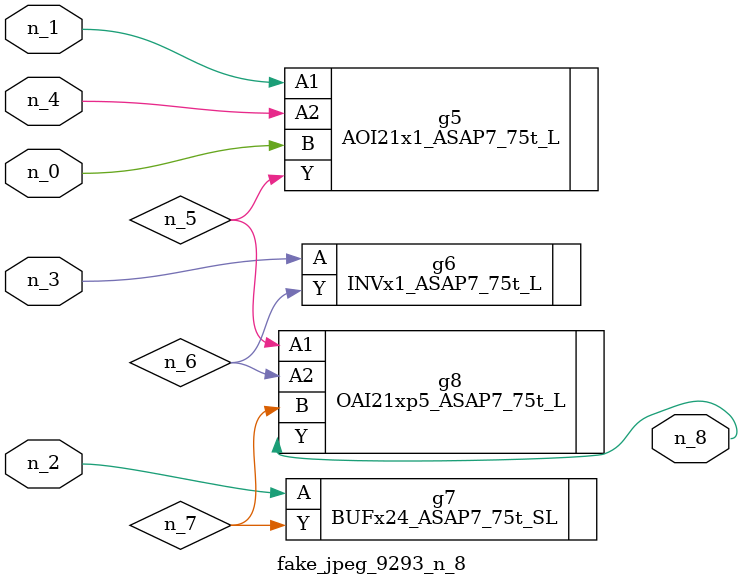
<source format=v>
module fake_jpeg_9293_n_8 (n_3, n_2, n_1, n_0, n_4, n_8);

input n_3;
input n_2;
input n_1;
input n_0;
input n_4;

output n_8;

wire n_6;
wire n_5;
wire n_7;

AOI21x1_ASAP7_75t_L g5 ( 
.A1(n_1),
.A2(n_4),
.B(n_0),
.Y(n_5)
);

INVx1_ASAP7_75t_L g6 ( 
.A(n_3),
.Y(n_6)
);

BUFx24_ASAP7_75t_SL g7 ( 
.A(n_2),
.Y(n_7)
);

OAI21xp5_ASAP7_75t_L g8 ( 
.A1(n_5),
.A2(n_6),
.B(n_7),
.Y(n_8)
);


endmodule
</source>
